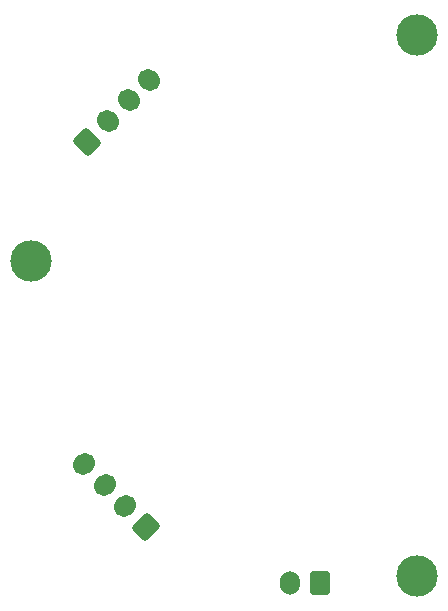
<source format=gbs>
G04 #@! TF.GenerationSoftware,KiCad,Pcbnew,7.0.8-7.0.8~ubuntu22.04.1*
G04 #@! TF.CreationDate,2023-11-03T11:59:51-07:00*
G04 #@! TF.ProjectId,tentacle-board,74656e74-6163-46c6-952d-626f6172642e,REV1*
G04 #@! TF.SameCoordinates,Original*
G04 #@! TF.FileFunction,Soldermask,Bot*
G04 #@! TF.FilePolarity,Negative*
%FSLAX46Y46*%
G04 Gerber Fmt 4.6, Leading zero omitted, Abs format (unit mm)*
G04 Created by KiCad (PCBNEW 7.0.8-7.0.8~ubuntu22.04.1) date 2023-11-03 11:59:51*
%MOMM*%
%LPD*%
G01*
G04 APERTURE LIST*
G04 Aperture macros list*
%AMRoundRect*
0 Rectangle with rounded corners*
0 $1 Rounding radius*
0 $2 $3 $4 $5 $6 $7 $8 $9 X,Y pos of 4 corners*
0 Add a 4 corners polygon primitive as box body*
4,1,4,$2,$3,$4,$5,$6,$7,$8,$9,$2,$3,0*
0 Add four circle primitives for the rounded corners*
1,1,$1+$1,$2,$3*
1,1,$1+$1,$4,$5*
1,1,$1+$1,$6,$7*
1,1,$1+$1,$8,$9*
0 Add four rect primitives between the rounded corners*
20,1,$1+$1,$2,$3,$4,$5,0*
20,1,$1+$1,$4,$5,$6,$7,0*
20,1,$1+$1,$6,$7,$8,$9,0*
20,1,$1+$1,$8,$9,$2,$3,0*%
%AMHorizOval*
0 Thick line with rounded ends*
0 $1 width*
0 $2 $3 position (X,Y) of the first rounded end (center of the circle)*
0 $4 $5 position (X,Y) of the second rounded end (center of the circle)*
0 Add line between two ends*
20,1,$1,$2,$3,$4,$5,0*
0 Add two circle primitives to create the rounded ends*
1,1,$1,$2,$3*
1,1,$1,$4,$5*%
G04 Aperture macros list end*
%ADD10C,2.600000*%
%ADD11C,3.500000*%
%ADD12RoundRect,0.250000X0.936916X0.088388X0.088388X0.936916X-0.936916X-0.088388X-0.088388X-0.936916X0*%
%ADD13HorizOval,1.700000X0.088388X0.088388X-0.088388X-0.088388X0*%
%ADD14RoundRect,0.250000X0.088388X-0.936916X0.936916X-0.088388X-0.088388X0.936916X-0.936916X0.088388X0*%
%ADD15HorizOval,1.700000X-0.088388X0.088388X0.088388X-0.088388X0*%
%ADD16RoundRect,0.250000X0.600000X0.750000X-0.600000X0.750000X-0.600000X-0.750000X0.600000X-0.750000X0*%
%ADD17O,1.700000X2.000000*%
G04 APERTURE END LIST*
D10*
X128040000Y-116550000D03*
D11*
X128040000Y-116550000D03*
D10*
X95390000Y-89900000D03*
D11*
X95390000Y-89900000D03*
D10*
X128040000Y-70750000D03*
D11*
X128040000Y-70750000D03*
D12*
X105119999Y-112421793D03*
D13*
X103352232Y-110654026D03*
X101584465Y-108886259D03*
X99816698Y-107118492D03*
D14*
X100081859Y-79841859D03*
D15*
X101849626Y-78074092D03*
X103617393Y-76306325D03*
X105385160Y-74538558D03*
D16*
X119790000Y-117150000D03*
D17*
X117290000Y-117150000D03*
M02*

</source>
